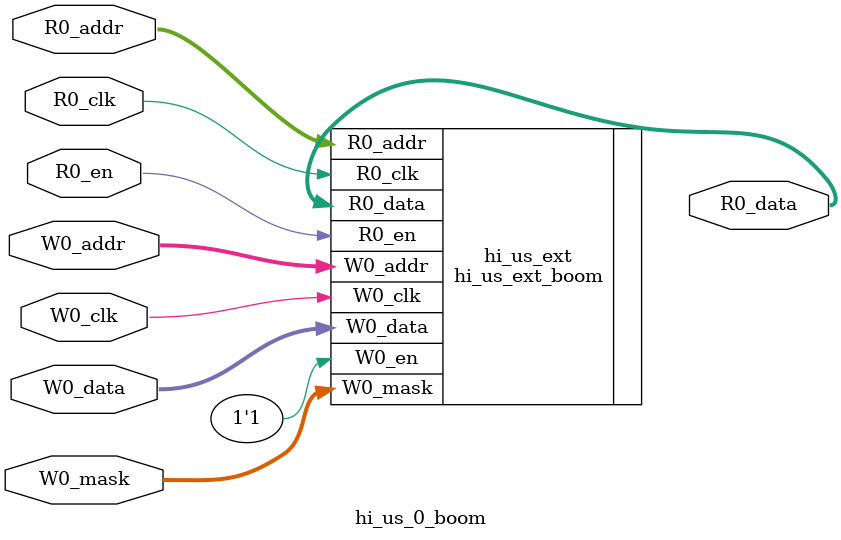
<source format=sv>
`ifndef RANDOMIZE
  `ifdef RANDOMIZE_REG_INIT
    `define RANDOMIZE
  `endif // RANDOMIZE_REG_INIT
`endif // not def RANDOMIZE
`ifndef RANDOMIZE
  `ifdef RANDOMIZE_MEM_INIT
    `define RANDOMIZE
  `endif // RANDOMIZE_MEM_INIT
`endif // not def RANDOMIZE

`ifndef RANDOM
  `define RANDOM $random
`endif // not def RANDOM

// Users can define 'PRINTF_COND' to add an extra gate to prints.
`ifndef PRINTF_COND_
  `ifdef PRINTF_COND
    `define PRINTF_COND_ (`PRINTF_COND)
  `else  // PRINTF_COND
    `define PRINTF_COND_ 1
  `endif // PRINTF_COND
`endif // not def PRINTF_COND_

// Users can define 'ASSERT_VERBOSE_COND' to add an extra gate to assert error printing.
`ifndef ASSERT_VERBOSE_COND_
  `ifdef ASSERT_VERBOSE_COND
    `define ASSERT_VERBOSE_COND_ (`ASSERT_VERBOSE_COND)
  `else  // ASSERT_VERBOSE_COND
    `define ASSERT_VERBOSE_COND_ 1
  `endif // ASSERT_VERBOSE_COND
`endif // not def ASSERT_VERBOSE_COND_

// Users can define 'STOP_COND' to add an extra gate to stop conditions.
`ifndef STOP_COND_
  `ifdef STOP_COND
    `define STOP_COND_ (`STOP_COND)
  `else  // STOP_COND
    `define STOP_COND_ 1
  `endif // STOP_COND
`endif // not def STOP_COND_

// Users can define INIT_RANDOM as general code that gets injected into the
// initializer block for modules with registers.
`ifndef INIT_RANDOM
  `define INIT_RANDOM
`endif // not def INIT_RANDOM

// If using random initialization, you can also define RANDOMIZE_DELAY to
// customize the delay used, otherwise 0.002 is used.
`ifndef RANDOMIZE_DELAY
  `define RANDOMIZE_DELAY 0.002
`endif // not def RANDOMIZE_DELAY

// Define INIT_RANDOM_PROLOG_ for use in our modules below.
`ifndef INIT_RANDOM_PROLOG_
  `ifdef RANDOMIZE
    `ifdef VERILATOR
      `define INIT_RANDOM_PROLOG_ `INIT_RANDOM
    `else  // VERILATOR
      `define INIT_RANDOM_PROLOG_ `INIT_RANDOM #`RANDOMIZE_DELAY begin end
    `endif // VERILATOR
  `else  // RANDOMIZE
    `define INIT_RANDOM_PROLOG_
  `endif // RANDOMIZE
`endif // not def INIT_RANDOM_PROLOG_

module hi_us_0_boom(	// @[tage.scala:89:27]
  input  [6:0] R0_addr,
  input        R0_en,
               R0_clk,
  input  [6:0] W0_addr,
  input        W0_clk,
  input  [3:0] W0_data,
               W0_mask,
  output [3:0] R0_data
);

  hi_us_ext_boom hi_us_ext (	// @[tage.scala:89:27]
    .R0_addr (R0_addr),
    .R0_en   (R0_en),
    .R0_clk  (R0_clk),
    .W0_addr (W0_addr),
    .W0_en   (1'h1),
    .W0_clk  (W0_clk),
    .W0_data (W0_data),
    .W0_mask (W0_mask),
    .R0_data (R0_data)
  );
endmodule


</source>
